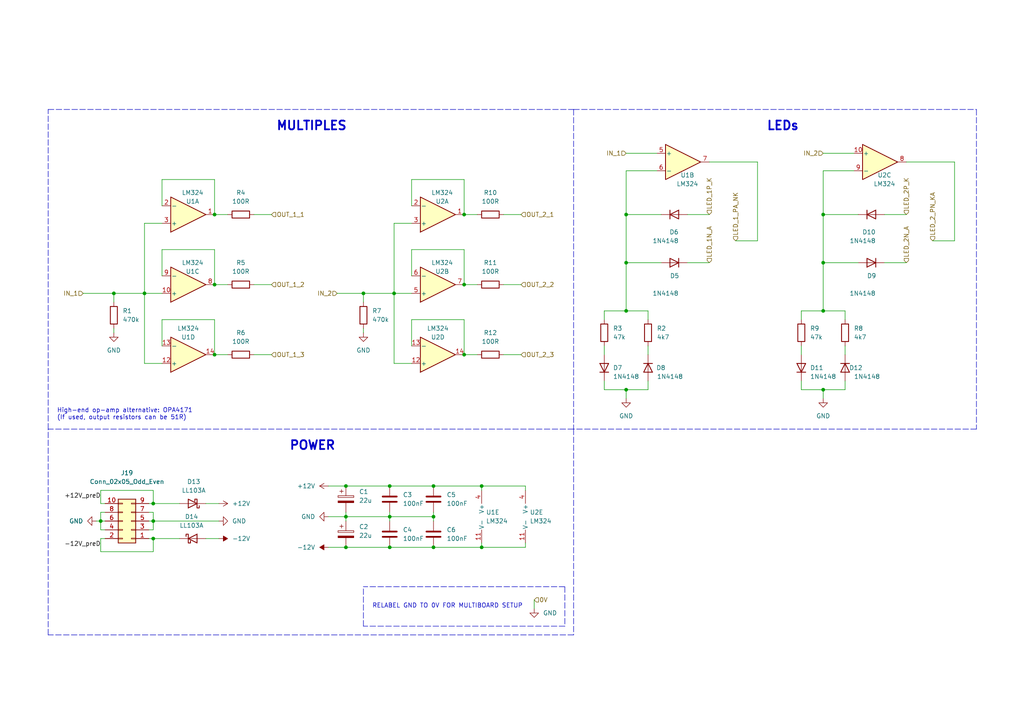
<source format=kicad_sch>
(kicad_sch (version 20211123) (generator eeschema)
  (paper "A4")
  (lib_symbols
    (symbol "1N4007_1" (pin_numbers hide) (pin_names hide)
      (property "Reference" "D" (at 0 2.54 0))
      (property "Value" "1N4007_1" (at 0 -2.54 0))
      (symbol "1N4007_1_0_1"
        (polyline (pts (xy -1.27 1.27) (xy -1.27 -1.27)) (stroke (width 0.254)))
        (polyline (pts (xy 1.27 0) (xy -1.27 0)))
        (polyline (pts (xy 1.27 1.27) (xy 1.27 -1.27) (xy -1.27 0) (xy 1.27 1.27)) (stroke (width 0.254)))
      )
      (symbol "1N4007_1_1_1"
        (pin passive line (at -3.81 0 0) (length 2.54) (name "K") (number "1"))
        (pin passive line (at 3.81 0 180) (length 2.54) (name "A") (number "2"))
      )
    )
    (symbol "1N4007_2" (pin_numbers hide) (pin_names hide)
      (property "Reference" "D" (at 0 2.54 0))
      (property "Value" "1N4007_2" (at 0 -2.54 0))
      (symbol "1N4007_2_0_1"
        (polyline (pts (xy -1.27 1.27) (xy -1.27 -1.27)) (stroke (width 0.254)))
        (polyline (pts (xy 1.27 0) (xy -1.27 0)))
        (polyline (pts (xy 1.27 1.27) (xy 1.27 -1.27) (xy -1.27 0) (xy 1.27 1.27)) (stroke (width 0.254)))
      )
      (symbol "1N4007_2_1_1"
        (pin passive line (at -3.81 0 0) (length 2.54) (name "K") (number "1"))
        (pin passive line (at 3.81 0 180) (length 2.54) (name "A") (number "2"))
      )
    )
    (symbol "1N4007_3" (pin_numbers hide) (pin_names hide)
      (property "Reference" "D" (at 0 2.54 0))
      (property "Value" "1N4007_3" (at 0 -2.54 0))
      (symbol "1N4007_3_0_1"
        (polyline (pts (xy -1.27 1.27) (xy -1.27 -1.27)) (stroke (width 0.254)))
        (polyline (pts (xy 1.27 0) (xy -1.27 0)))
        (polyline (pts (xy 1.27 1.27) (xy 1.27 -1.27) (xy -1.27 0) (xy 1.27 1.27)) (stroke (width 0.254)))
      )
      (symbol "1N4007_3_1_1"
        (pin passive line (at -3.81 0 0) (length 2.54) (name "K") (number "1"))
        (pin passive line (at 3.81 0 180) (length 2.54) (name "A") (number "2"))
      )
    )
    (symbol "1N4007_4" (pin_numbers hide) (pin_names hide)
      (property "Reference" "D" (at 0 2.54 0))
      (property "Value" "1N4007_4" (at 0 -2.54 0))
      (symbol "1N4007_4_0_1"
        (polyline (pts (xy -1.27 1.27) (xy -1.27 -1.27)) (stroke (width 0.254)))
        (polyline (pts (xy 1.27 0) (xy -1.27 0)))
        (polyline (pts (xy 1.27 1.27) (xy 1.27 -1.27) (xy -1.27 0) (xy 1.27 1.27)) (stroke (width 0.254)))
      )
      (symbol "1N4007_4_1_1"
        (pin passive line (at -3.81 0 0) (length 2.54) (name "K") (number "1"))
        (pin passive line (at 3.81 0 180) (length 2.54) (name "A") (number "2"))
      )
    )
    (symbol "1N4007_5" (pin_numbers hide) (pin_names hide)
      (property "Reference" "D" (at 0 2.54 0))
      (property "Value" "1N4007_5" (at 0 -2.54 0))
      (symbol "1N4007_5_0_1"
        (polyline (pts (xy -1.27 1.27) (xy -1.27 -1.27)) (stroke (width 0.254)))
        (polyline (pts (xy 1.27 0) (xy -1.27 0)))
        (polyline (pts (xy 1.27 1.27) (xy 1.27 -1.27) (xy -1.27 0) (xy 1.27 1.27)) (stroke (width 0.254)))
      )
      (symbol "1N4007_5_1_1"
        (pin passive line (at -3.81 0 0) (length 2.54) (name "K") (number "1"))
        (pin passive line (at 3.81 0 180) (length 2.54) (name "A") (number "2"))
      )
    )
    (symbol "1N4007_6" (pin_numbers hide) (pin_names hide)
      (property "Reference" "D" (at 0 2.54 0))
      (property "Value" "1N4007_6" (at 0 -2.54 0))
      (symbol "1N4007_6_0_1"
        (polyline (pts (xy -1.27 1.27) (xy -1.27 -1.27)) (stroke (width 0.254)))
        (polyline (pts (xy 1.27 0) (xy -1.27 0)))
        (polyline (pts (xy 1.27 1.27) (xy 1.27 -1.27) (xy -1.27 0) (xy 1.27 1.27)) (stroke (width 0.254)))
      )
      (symbol "1N4007_6_1_1"
        (pin passive line (at -3.81 0 0) (length 2.54) (name "K") (number "1"))
        (pin passive line (at 3.81 0 180) (length 2.54) (name "A") (number "2"))
      )
    )
    (symbol "1N4007_7" (pin_numbers hide) (pin_names hide)
      (property "Reference" "D" (at 0 2.54 0))
      (property "Value" "1N4007_7" (at 0 -2.54 0))
      (symbol "1N4007_7_0_1"
        (polyline (pts (xy -1.27 1.27) (xy -1.27 -1.27)) (stroke (width 0.254)))
        (polyline (pts (xy 1.27 0) (xy -1.27 0)))
        (polyline (pts (xy 1.27 1.27) (xy 1.27 -1.27) (xy -1.27 0) (xy 1.27 1.27)) (stroke (width 0.254)))
      )
      (symbol "1N4007_7_1_1"
        (pin passive line (at -3.81 0 0) (length 2.54) (name "K") (number "1"))
        (pin passive line (at 3.81 0 180) (length 2.54) (name "A") (number "2"))
      )
    )
    (symbol "Amplifier_Operational:TL074" (pin_names (offset 0.127))
      (property "Reference" "U" (at 0 5.08 0))
      (property "Value" "TL074" (at 0 -5.08 0))
      (symbol "TL074_1_1"
        (polyline (pts (xy -5.08 5.08) (xy 5.08 0) (xy -5.08 -5.08) (xy -5.08 5.08)) (stroke (width 0.254)) (fill (type background)))
        (pin output line (at 7.62 0 180) (length 2.54) (name "~") (number "1"))
        (pin input line (at -7.62 -2.54 0) (length 2.54) (name "-") (number "2"))
        (pin input line (at -7.62 2.54 0) (length 2.54) (name "+") (number "3"))
      )
      (symbol "TL074_2_1"
        (polyline (pts (xy -5.08 5.08) (xy 5.08 0) (xy -5.08 -5.08) (xy -5.08 5.08)) (stroke (width 0.254)) (fill (type background)))
        (pin input line (at -7.62 2.54 0) (length 2.54) (name "+") (number "5"))
        (pin input line (at -7.62 -2.54 0) (length 2.54) (name "-") (number "6"))
        (pin output line (at 7.62 0 180) (length 2.54) (name "~") (number "7"))
      )
      (symbol "TL074_3_1"
        (polyline (pts (xy -5.08 5.08) (xy 5.08 0) (xy -5.08 -5.08) (xy -5.08 5.08)) (stroke (width 0.254)) (fill (type background)))
        (pin input line (at -7.62 2.54 0) (length 2.54) (name "+") (number "10"))
        (pin output line (at 7.62 0 180) (length 2.54) (name "~") (number "8"))
        (pin input line (at -7.62 -2.54 0) (length 2.54) (name "-") (number "9"))
      )
      (symbol "TL074_4_1"
        (polyline (pts (xy -5.08 5.08) (xy 5.08 0) (xy -5.08 -5.08) (xy -5.08 5.08)) (stroke (width 0.254)) (fill (type background)))
        (pin input line (at -7.62 2.54 0) (length 2.54) (name "+") (number "12"))
        (pin input line (at -7.62 -2.54 0) (length 2.54) (name "-") (number "13"))
        (pin output line (at 7.62 0 180) (length 2.54) (name "~") (number "14"))
      )
      (symbol "TL074_5_1"
        (pin power_in line (at -2.54 -7.62 90) (length 3.81) (name "V-") (number "11"))
        (pin power_in line (at -2.54 7.62 270) (length 3.81) (name "V+") (number "4"))
      )
    )
    (symbol "Connector_Generic:Conn_02x05_Odd_Even" (pin_names (offset 1.016) hide)
      (property "Reference" "J" (at 1.27 7.62 0))
      (property "Value" "Conn_02x05_Odd_Even" (at 1.27 -7.62 0))
      (symbol "Conn_02x05_Odd_Even_1_1"
        (rectangle (start -1.27 -4.953) (end 0 -5.207) (stroke (width 0.1524)))
        (rectangle (start -1.27 -2.413) (end 0 -2.667) (stroke (width 0.1524)))
        (rectangle (start -1.27 0.127) (end 0 -0.127) (stroke (width 0.1524)))
        (rectangle (start -1.27 2.667) (end 0 2.413) (stroke (width 0.1524)))
        (rectangle (start -1.27 5.207) (end 0 4.953) (stroke (width 0.1524)))
        (rectangle (start -1.27 6.35) (end 3.81 -6.35) (stroke (width 0.254)) (fill (type background)))
        (rectangle (start 3.81 -4.953) (end 2.54 -5.207) (stroke (width 0.1524)))
        (rectangle (start 3.81 -2.413) (end 2.54 -2.667) (stroke (width 0.1524)))
        (rectangle (start 3.81 0.127) (end 2.54 -0.127) (stroke (width 0.1524)))
        (rectangle (start 3.81 2.667) (end 2.54 2.413) (stroke (width 0.1524)))
        (rectangle (start 3.81 5.207) (end 2.54 4.953) (stroke (width 0.1524)))
        (pin passive line (at -5.08 5.08 0) (length 3.81) (name "Pin_1") (number "1"))
        (pin passive line (at 7.62 -5.08 180) (length 3.81) (name "Pin_10") (number "10"))
        (pin passive line (at 7.62 5.08 180) (length 3.81) (name "Pin_2") (number "2"))
        (pin passive line (at -5.08 2.54 0) (length 3.81) (name "Pin_3") (number "3"))
        (pin passive line (at 7.62 2.54 180) (length 3.81) (name "Pin_4") (number "4"))
        (pin passive line (at -5.08 0 0) (length 3.81) (name "Pin_5") (number "5"))
        (pin passive line (at 7.62 0 180) (length 3.81) (name "Pin_6") (number "6"))
        (pin passive line (at -5.08 -2.54 0) (length 3.81) (name "Pin_7") (number "7"))
        (pin passive line (at 7.62 -2.54 180) (length 3.81) (name "Pin_8") (number "8"))
        (pin passive line (at -5.08 -5.08 0) (length 3.81) (name "Pin_9") (number "9"))
      )
    )
    (symbol "Device:C" (pin_numbers hide) (pin_names (offset 0.254))
      (property "Reference" "C" (at 0.635 2.54 0))
      (property "Value" "C" (at 0.635 -2.54 0))
      (symbol "C_0_1"
        (polyline (pts (xy -2.032 -0.762) (xy 2.032 -0.762)) (stroke (width 0.508)))
        (polyline (pts (xy -2.032 0.762) (xy 2.032 0.762)) (stroke (width 0.508)))
      )
      (symbol "C_1_1"
        (pin passive line (at 0 3.81 270) (length 2.794) (name "~") (number "1"))
        (pin passive line (at 0 -3.81 90) (length 2.794) (name "~") (number "2"))
      )
    )
    (symbol "Device:C_Polarized" (pin_numbers hide) (pin_names (offset 0.254))
      (property "Reference" "C" (at 0.635 2.54 0))
      (property "Value" "C_Polarized" (at 0.635 -2.54 0))
      (symbol "C_Polarized_0_1"
        (rectangle (start -2.286 0.508) (end 2.286 1.016))
        (polyline (pts (xy -1.778 2.286) (xy -0.762 2.286)))
        (polyline (pts (xy -1.27 2.794) (xy -1.27 1.778)))
        (rectangle (start 2.286 -0.508) (end -2.286 -1.016) (fill (type outline)))
      )
      (symbol "C_Polarized_1_1"
        (pin passive line (at 0 3.81 270) (length 2.794) (name "~") (number "1"))
        (pin passive line (at 0 -3.81 90) (length 2.794) (name "~") (number "2"))
      )
    )
    (symbol "Device:R" (pin_numbers hide) (pin_names (offset 0))
      (property "Reference" "R" (at 2.032 0 90))
      (property "Value" "R" (at 0 0 90))
      (symbol "R_0_1"
        (rectangle (start -1.016 -2.54) (end 1.016 2.54) (stroke (width 0.254)))
      )
      (symbol "R_1_1"
        (pin passive line (at 0 3.81 270) (length 1.27) (name "~") (number "1"))
        (pin passive line (at 0 -3.81 90) (length 1.27) (name "~") (number "2"))
      )
    )
    (symbol "Diode:1N4007" (pin_numbers hide) (pin_names hide)
      (property "Reference" "D" (at 0 2.54 0))
      (property "Value" "1N4007" (at 0 -2.54 0))
      (symbol "1N4007_0_1"
        (polyline (pts (xy -1.27 1.27) (xy -1.27 -1.27)) (stroke (width 0.254)))
        (polyline (pts (xy 1.27 0) (xy -1.27 0)))
        (polyline (pts (xy 1.27 1.27) (xy 1.27 -1.27) (xy -1.27 0) (xy 1.27 1.27)) (stroke (width 0.254)))
      )
      (symbol "1N4007_1_1"
        (pin passive line (at -3.81 0 0) (length 2.54) (name "K") (number "1"))
        (pin passive line (at 3.81 0 180) (length 2.54) (name "A") (number "2"))
      )
    )
    (symbol "Diode:1N5817" (pin_numbers hide) (pin_names (offset 1.016) hide)
      (property "Reference" "D" (at 0 2.54 0))
      (property "Value" "1N5817" (at 0 -2.54 0))
      (symbol "1N5817_0_1"
        (polyline (pts (xy 1.27 0) (xy -1.27 0)))
        (polyline (pts (xy 1.27 1.27) (xy 1.27 -1.27) (xy -1.27 0) (xy 1.27 1.27)) (stroke (width 0.254)))
        (polyline (pts (xy -1.905 0.635) (xy -1.905 1.27) (xy -1.27 1.27) (xy -1.27 -1.27) (xy -0.635 -1.27) (xy -0.635 -0.635)) (stroke (width 0.254)))
      )
      (symbol "1N5817_1_1"
        (pin passive line (at -3.81 0 0) (length 2.54) (name "K") (number "1"))
        (pin passive line (at 3.81 0 180) (length 2.54) (name "A") (number "2"))
      )
    )
    (symbol "power:+12V" (power) (pin_names (offset 0))
      (property "Value" "+12V" (at 0 3.556 0))
      (symbol "+12V_0_1"
        (polyline (pts (xy -0.762 1.27) (xy 0 2.54)))
        (polyline (pts (xy 0 0) (xy 0 2.54)))
        (polyline (pts (xy 0 2.54) (xy 0.762 1.27)))
      )
      (symbol "+12V_1_1"
        (pin power_in line (at 0 0 90) (length 0) hide (name "+12V") (number "1"))
      )
    )
    (symbol "power:-12V" (power) (pin_names (offset 0))
      (property "Value" "-12V" (at 0 3.81 0))
      (symbol "-12V_0_0"
        (pin power_in line (at 0 0 90) (length 0) hide (name "-12V") (number "1"))
      )
      (symbol "-12V_0_1"
        (polyline (pts (xy 0 0) (xy 0 1.27) (xy 0.762 1.27) (xy 0 2.54) (xy -0.762 1.27) (xy 0 1.27)) (fill (type outline)))
      )
    )
    (symbol "power:GND" (power) (pin_names (offset 0))
      (property "Value" "GND" (at 0 -3.81 0))
      (symbol "GND_0_1"
        (polyline (pts (xy 0 0) (xy 0 -1.27) (xy 1.27 -1.27) (xy 0 -2.54) (xy -1.27 -1.27) (xy 0 -1.27)))
      )
      (symbol "GND_1_1"
        (pin power_in line (at 0 0 270) (length 0) hide (name "GND") (number "1"))
      )
    )
  )
  (junction (at 113.03 140.97))
  (junction (at 41.91 85.09))
  (junction (at 100.33 149.86))
  (junction (at 181.61 62.23))
  (junction (at 134.62 62.23))
  (junction (at 29.21 151.13))
  (junction (at 62.23 62.23))
  (junction (at 44.45 146.05))
  (junction (at 181.61 113.03))
  (junction (at 62.23 82.55))
  (junction (at 62.23 102.87))
  (junction (at 125.73 149.86))
  (junction (at 181.61 90.17))
  (junction (at 181.61 76.2))
  (junction (at 44.45 151.13))
  (junction (at 113.03 149.86))
  (junction (at 139.7 140.97))
  (junction (at 238.76 76.2))
  (junction (at 238.76 90.17))
  (junction (at 238.76 113.03))
  (junction (at 100.33 140.97))
  (junction (at 114.3 85.09))
  (junction (at 113.03 158.75))
  (junction (at 134.62 102.87))
  (junction (at 125.73 158.75))
  (junction (at 238.76 62.23))
  (junction (at 139.7 158.75))
  (junction (at 134.62 82.55))
  (junction (at 100.33 158.75))
  (junction (at 105.41 85.09))
  (junction (at 44.45 156.21))
  (junction (at 33.02 85.09))
  (junction (at 125.73 140.97))
  (wire (pts (xy 62.23 52.07) (xy 62.23 62.23)))
  (wire (pts (xy 175.26 90.17) (xy 175.26 92.71)))
  (wire (pts (xy 190.5 49.53) (xy 181.61 49.53)))
  (wire (pts (xy 205.74 62.23) (xy 199.39 62.23)))
  (wire (pts (xy 219.71 46.99) (xy 219.71 69.85)))
  (wire (pts (xy 238.76 62.23) (xy 238.76 76.2)))
  (wire (pts (xy 105.41 85.09) (xy 114.3 85.09)))
  (polyline (pts (xy 163.83 170.18) (xy 105.41 170.18)))
  (polyline (pts (xy 163.83 181.61) (xy 105.41 181.61)))
  (wire (pts (xy 205.74 46.99) (xy 219.71 46.99)))
  (wire (pts (xy 44.45 160.02) (xy 44.45 156.21)))
  (wire (pts (xy 29.21 160.02) (xy 44.45 160.02)))
  (wire (pts (xy 232.41 102.87) (xy 232.41 100.33)))
  (wire (pts (xy 43.18 148.59) (xy 44.45 148.59)))
  (wire (pts (xy 100.33 148.59) (xy 100.33 149.86)))
  (wire (pts (xy 44.45 146.05) (xy 52.07 146.05)))
  (wire (pts (xy 46.99 64.77) (xy 41.91 64.77)))
  (wire (pts (xy 125.73 148.59) (xy 125.73 149.86)))
  (wire (pts (xy 29.21 151.13) (xy 30.48 151.13)))
  (wire (pts (xy 95.25 149.86) (xy 100.33 149.86)))
  (wire (pts (xy 238.76 76.2) (xy 238.76 90.17)))
  (wire (pts (xy 134.62 52.07) (xy 134.62 62.23)))
  (wire (pts (xy 43.18 156.21) (xy 44.45 156.21)))
  (wire (pts (xy 119.38 100.33) (xy 119.38 92.71)))
  (wire (pts (xy 46.99 72.39) (xy 62.23 72.39)))
  (polyline (pts (xy 163.83 170.18) (xy 163.83 181.61)))
  (wire (pts (xy 125.73 158.75) (xy 139.7 158.75)))
  (wire (pts (xy 238.76 49.53) (xy 238.76 62.23)))
  (wire (pts (xy 114.3 85.09) (xy 114.3 105.41)))
  (wire (pts (xy 232.41 113.03) (xy 238.76 113.03)))
  (wire (pts (xy 46.99 59.69) (xy 46.99 52.07)))
  (wire (pts (xy 139.7 158.75) (xy 152.4 158.75)))
  (wire (pts (xy 30.48 153.67) (xy 29.21 153.67)))
  (wire (pts (xy 262.89 46.99) (xy 276.86 46.99)))
  (wire (pts (xy 29.21 151.13) (xy 29.21 153.67)))
  (wire (pts (xy 134.62 62.23) (xy 138.43 62.23)))
  (wire (pts (xy 238.76 113.03) (xy 238.76 115.57)))
  (wire (pts (xy 154.94 173.99) (xy 154.94 176.53)))
  (wire (pts (xy 205.74 76.2) (xy 199.39 76.2)))
  (polyline (pts (xy 13.97 184.15) (xy 13.97 124.46)))
  (wire (pts (xy 146.05 82.55) (xy 151.13 82.55)))
  (wire (pts (xy 119.38 72.39) (xy 134.62 72.39)))
  (wire (pts (xy 95.25 158.75) (xy 100.33 158.75)))
  (wire (pts (xy 119.38 92.71) (xy 134.62 92.71)))
  (wire (pts (xy 248.92 76.2) (xy 238.76 76.2)))
  (wire (pts (xy 24.13 85.09) (xy 33.02 85.09)))
  (wire (pts (xy 113.03 149.86) (xy 125.73 149.86)))
  (wire (pts (xy 276.86 46.99) (xy 276.86 69.85)))
  (wire (pts (xy 181.61 44.45) (xy 190.5 44.45)))
  (wire (pts (xy 114.3 85.09) (xy 119.38 85.09)))
  (wire (pts (xy 191.77 76.2) (xy 181.61 76.2)))
  (polyline (pts (xy 283.21 31.75) (xy 283.21 124.46)))
  (wire (pts (xy 44.45 151.13) (xy 63.5 151.13)))
  (wire (pts (xy 29.21 156.21) (xy 29.21 160.02)))
  (wire (pts (xy 175.26 102.87) (xy 175.26 100.33)))
  (polyline (pts (xy 13.97 124.46) (xy 13.97 31.75)))
  (wire (pts (xy 43.18 151.13) (xy 44.45 151.13)))
  (wire (pts (xy 43.18 153.67) (xy 44.45 153.67)))
  (wire (pts (xy 44.45 146.05) (xy 43.18 146.05)))
  (wire (pts (xy 187.96 110.49) (xy 187.96 113.03)))
  (wire (pts (xy 41.91 85.09) (xy 46.99 85.09)))
  (wire (pts (xy 262.89 62.23) (xy 256.54 62.23)))
  (wire (pts (xy 27.94 151.13) (xy 29.21 151.13)))
  (wire (pts (xy 152.4 158.75) (xy 152.4 157.48)))
  (wire (pts (xy 41.91 64.77) (xy 41.91 85.09)))
  (wire (pts (xy 62.23 62.23) (xy 66.04 62.23)))
  (wire (pts (xy 33.02 85.09) (xy 41.91 85.09)))
  (wire (pts (xy 238.76 113.03) (xy 245.11 113.03)))
  (wire (pts (xy 238.76 90.17) (xy 245.11 90.17)))
  (wire (pts (xy 146.05 62.23) (xy 151.13 62.23)))
  (wire (pts (xy 29.21 146.05) (xy 29.21 142.24)))
  (wire (pts (xy 270.51 69.85) (xy 276.86 69.85)))
  (wire (pts (xy 73.66 62.23) (xy 78.74 62.23)))
  (wire (pts (xy 113.03 149.86) (xy 113.03 151.13)))
  (wire (pts (xy 247.65 49.53) (xy 238.76 49.53)))
  (wire (pts (xy 232.41 90.17) (xy 238.76 90.17)))
  (wire (pts (xy 245.11 92.71) (xy 245.11 90.17)))
  (wire (pts (xy 134.62 72.39) (xy 134.62 82.55)))
  (polyline (pts (xy 105.41 181.61) (xy 105.41 170.18)))
  (wire (pts (xy 139.7 140.97) (xy 139.7 142.24)))
  (wire (pts (xy 119.38 52.07) (xy 134.62 52.07)))
  (wire (pts (xy 105.41 95.25) (xy 105.41 96.52)))
  (wire (pts (xy 181.61 62.23) (xy 181.61 76.2)))
  (wire (pts (xy 59.69 156.21) (xy 63.5 156.21)))
  (wire (pts (xy 62.23 102.87) (xy 66.04 102.87)))
  (polyline (pts (xy 283.21 124.46) (xy 166.37 124.46)))
  (wire (pts (xy 119.38 59.69) (xy 119.38 52.07)))
  (polyline (pts (xy 166.37 184.15) (xy 13.97 184.15)))
  (wire (pts (xy 95.25 140.97) (xy 100.33 140.97)))
  (wire (pts (xy 245.11 100.33) (xy 245.11 102.87)))
  (polyline (pts (xy 166.37 124.46) (xy 166.37 184.15)))
  (wire (pts (xy 152.4 140.97) (xy 152.4 142.24)))
  (polyline (pts (xy 166.37 31.75) (xy 166.37 124.46)))
  (wire (pts (xy 175.26 113.03) (xy 175.26 110.49)))
  (wire (pts (xy 44.45 142.24) (xy 44.45 146.05)))
  (wire (pts (xy 119.38 80.01) (xy 119.38 72.39)))
  (polyline (pts (xy 166.37 31.75) (xy 283.21 31.75)))
  (wire (pts (xy 29.21 146.05) (xy 30.48 146.05)))
  (wire (pts (xy 44.45 148.59) (xy 44.45 151.13)))
  (wire (pts (xy 59.69 146.05) (xy 63.5 146.05)))
  (wire (pts (xy 134.62 92.71) (xy 134.62 102.87)))
  (wire (pts (xy 187.96 92.71) (xy 187.96 90.17)))
  (wire (pts (xy 119.38 64.77) (xy 114.3 64.77)))
  (wire (pts (xy 62.23 72.39) (xy 62.23 82.55)))
  (wire (pts (xy 113.03 148.59) (xy 113.03 149.86)))
  (wire (pts (xy 46.99 100.33) (xy 46.99 92.71)))
  (wire (pts (xy 245.11 110.49) (xy 245.11 113.03)))
  (wire (pts (xy 29.21 156.21) (xy 30.48 156.21)))
  (polyline (pts (xy 166.37 124.46) (xy 13.97 124.46)))
  (wire (pts (xy 41.91 105.41) (xy 46.99 105.41)))
  (wire (pts (xy 113.03 140.97) (xy 125.73 140.97)))
  (wire (pts (xy 181.61 49.53) (xy 181.61 62.23)))
  (wire (pts (xy 262.89 76.2) (xy 256.54 76.2)))
  (wire (pts (xy 134.62 102.87) (xy 138.43 102.87)))
  (wire (pts (xy 232.41 90.17) (xy 232.41 92.71)))
  (wire (pts (xy 62.23 82.55) (xy 66.04 82.55)))
  (wire (pts (xy 97.79 85.09) (xy 105.41 85.09)))
  (wire (pts (xy 238.76 44.45) (xy 247.65 44.45)))
  (wire (pts (xy 139.7 158.75) (xy 139.7 157.48)))
  (wire (pts (xy 114.3 64.77) (xy 114.3 85.09)))
  (wire (pts (xy 73.66 102.87) (xy 78.74 102.87)))
  (wire (pts (xy 175.26 113.03) (xy 181.61 113.03)))
  (wire (pts (xy 46.99 52.07) (xy 62.23 52.07)))
  (wire (pts (xy 100.33 149.86) (xy 113.03 149.86)))
  (wire (pts (xy 213.36 69.85) (xy 219.71 69.85)))
  (wire (pts (xy 191.77 62.23) (xy 181.61 62.23)))
  (polyline (pts (xy 13.97 31.75) (xy 166.37 31.75)))
  (wire (pts (xy 46.99 80.01) (xy 46.99 72.39)))
  (wire (pts (xy 113.03 158.75) (xy 125.73 158.75)))
  (wire (pts (xy 181.61 76.2) (xy 181.61 90.17)))
  (wire (pts (xy 181.61 113.03) (xy 187.96 113.03)))
  (wire (pts (xy 134.62 82.55) (xy 138.43 82.55)))
  (wire (pts (xy 187.96 100.33) (xy 187.96 102.87)))
  (wire (pts (xy 100.33 140.97) (xy 113.03 140.97)))
  (wire (pts (xy 44.45 156.21) (xy 52.07 156.21)))
  (wire (pts (xy 100.33 149.86) (xy 100.33 151.13)))
  (wire (pts (xy 105.41 85.09) (xy 105.41 87.63)))
  (wire (pts (xy 139.7 140.97) (xy 152.4 140.97)))
  (wire (pts (xy 33.02 95.25) (xy 33.02 96.52)))
  (wire (pts (xy 100.33 158.75) (xy 113.03 158.75)))
  (wire (pts (xy 125.73 140.97) (xy 139.7 140.97)))
  (wire (pts (xy 114.3 105.41) (xy 119.38 105.41)))
  (wire (pts (xy 41.91 85.09) (xy 41.91 105.41)))
  (wire (pts (xy 62.23 92.71) (xy 62.23 102.87)))
  (wire (pts (xy 29.21 142.24) (xy 44.45 142.24)))
  (wire (pts (xy 175.26 90.17) (xy 181.61 90.17)))
  (wire (pts (xy 46.99 92.71) (xy 62.23 92.71)))
  (wire (pts (xy 232.41 113.03) (xy 232.41 110.49)))
  (wire (pts (xy 125.73 149.86) (xy 125.73 151.13)))
  (wire (pts (xy 248.92 62.23) (xy 238.76 62.23)))
  (wire (pts (xy 73.66 82.55) (xy 78.74 82.55)))
  (wire (pts (xy 181.61 90.17) (xy 187.96 90.17)))
  (wire (pts (xy 44.45 151.13) (xy 44.45 153.67)))
  (wire (pts (xy 181.61 113.03) (xy 181.61 115.57)))
  (wire (pts (xy 33.02 85.09) (xy 33.02 87.63)))
  (wire (pts (xy 29.21 148.59) (xy 29.21 151.13)))
  (wire (pts (xy 146.05 102.87) (xy 151.13 102.87)))
  (wire (pts (xy 30.48 148.59) (xy 29.21 148.59)))
  (text "POWER" (at 83.82 130.81 0) (effects (font (size 2.54 2.54) bold) (justify left bottom)))
  (text "MULTIPLES" (at 80.01 38.1 0) (effects (font (size 2.54 2.54) bold) (justify left bottom)))
  (text "High-end op-amp alternative: OPA4171\n(If used, output resistors can be 51R)" (at 16.51 121.92 0) (effects (font (size 1.27 1.27)) (justify left bottom)))
  (text "LEDs" (at 222.25 38.1 0) (effects (font (size 2.54 2.54) bold) (justify left bottom)))
  (text "RELABEL GND TO 0V FOR MULTIBOARD SETUP" (at 107.95 176.53 0) (effects (font (size 1.27 1.27)) (justify left bottom)))
  (label "-12V_preD" (at 29.21 158.75 180))
  (label "+12V_preD" (at 29.21 144.78 180))
  (hierarchical_label "OUT_2_2" (shape input) (at 151.13 82.55 0))
  (hierarchical_label "LED_2_PN_KA" (shape input) (at 270.51 69.85 90))
  (hierarchical_label "IN_2" (shape input) (at 238.76 44.45 180))
  (hierarchical_label "OUT_2_1" (shape input) (at 151.13 62.23 0))
  (hierarchical_label "LED_2N_A" (shape input) (at 262.89 76.2 90))
  (hierarchical_label "LED_1_PA_NK" (shape input) (at 213.36 69.85 90))
  (hierarchical_label "LED_1N_A" (shape input) (at 205.74 76.2 90))
  (hierarchical_label "OUT_1_1" (shape input) (at 78.74 62.23 0))
  (hierarchical_label "LED_2P_K" (shape input) (at 262.89 62.23 90))
  (hierarchical_label "OUT_1_3" (shape input) (at 78.74 102.87 0))
  (hierarchical_label "OUT_2_3" (shape input) (at 151.13 102.87 0))
  (hierarchical_label "IN_1" (shape input) (at 24.13 85.09 180))
  (hierarchical_label "0V" (shape input) (at 154.94 173.99 0))
  (hierarchical_label "LED_1P_K" (shape input) (at 205.74 62.23 90))
  (hierarchical_label "IN_2" (shape input) (at 97.79 85.09 180))
  (hierarchical_label "OUT_1_2" (shape input) (at 78.74 82.55 0))
  (hierarchical_label "IN_1" (shape input) (at 181.61 44.45 180))
  (symbol (lib_id "Device:R") (at 69.85 82.55 90) (unit 1)
    (property "Reference" "R5" (at 69.85 76.2 90))
    (property "Value" "100R" (at 69.85 78.74 90))
    (property "Footprint" "Resistor_SMD:R_1206_3216Metric_Pad1.30x1.75mm_HandSolder" (effects hide))
  )
  (symbol (lib_id "Device:R") (at 69.85 62.23 90) (unit 1)
    (property "Reference" "R4" (at 69.85 55.88 90))
    (property "Value" "100R" (at 69.85 58.42 90))
    (property "Footprint" "Resistor_SMD:R_1206_3216Metric_Pad1.30x1.75mm_HandSolder" (effects hide))
  )
  (symbol (lib_id "Device:R") (at 33.02 91.44 180) (unit 1)
    (property "Reference" "R1" (at 35.56 90.1699 0) (effects (justify right)))
    (property "Value" "470k" (at 35.56 92.7099 0) (effects (justify right)))
    (property "Footprint" "Resistor_SMD:R_1206_3216Metric_Pad1.30x1.75mm_HandSolder" (effects hide))
  )
  (symbol (lib_id "Amplifier_Operational:TL074") (at 154.94 149.86 0) (unit 5)
    (property "Reference" "U2" (at 153.67 148.5899 0) (effects (justify left)))
    (property "Value" "LM324" (at 153.67 151.1299 0) (effects (justify left)))
    (property "Footprint" "Package_SO:SOIC-14_3.9x8.7mm_P1.27mm" (effects hide))
    (property "Datasheet" "http://www.ti.com/lit/ds/symlink/tl071.pdf" (effects hide))
  )
  (symbol (lib_id "Device:R") (at 175.26 96.52 0) (unit 1)
    (property "Reference" "R3" (at 177.8 95.2499 0) (effects (justify left)))
    (property "Value" "47k" (at 177.8 97.7899 0) (effects (justify left)))
    (property "Footprint" "Resistor_SMD:R_1206_3216Metric_Pad1.30x1.75mm_HandSolder" (effects hide))
  )
  (symbol (lib_id "power:-12V") (at 95.25 158.75 90) (unit 1)
    (property "Reference" "#PWR0113" (effects hide))
    (property "Value" "-12V" (at 91.44 158.7499 90) (effects (justify left)))
  )
  (symbol (lib_name "1N4007_2") (lib_id "Diode:1N4007") (at 195.58 76.2 180) (unit 1)
    (property "Reference" "D5" (at 194.31 80.01 0) (effects (justify right)))
    (property "Value" "1N4148" (at 189.23 85.09 0) (effects (justify right)))
    (property "Footprint" "Diode_THT:D_DO-41_SOD81_P10.16mm_Horizontal" (effects hide))
    (property "Datasheet" "http://www.vishay.com/docs/88503/1n4001.pdf" (effects hide))
  )
  (symbol (lib_id "Amplifier_Operational:TL074") (at 127 82.55 0) (mirror x) (unit 2)
    (property "Reference" "U2" (at 128.27 78.74 0))
    (property "Value" "LM324" (at 128.27 76.2 0))
    (property "Footprint" "Package_SO:SOIC-14_3.9x8.7mm_P1.27mm" (effects hide))
    (property "Datasheet" "http://www.ti.com/lit/ds/symlink/tl071.pdf" (effects hide))
  )
  (symbol (lib_id "Amplifier_Operational:TL074") (at 54.61 82.55 0) (mirror x) (unit 3)
    (property "Reference" "U1" (at 55.88 78.74 0))
    (property "Value" "LM324" (at 55.88 76.2 0))
    (property "Footprint" "Package_SO:SOIC-14_3.9x8.7mm_P1.27mm" (effects hide))
    (property "Datasheet" "http://www.ti.com/lit/ds/symlink/tl071.pdf" (effects hide))
  )
  (symbol (lib_id "power:GND") (at 181.61 115.57 0) (mirror y) (unit 1)
    (property "Reference" "#PWR0121" (effects hide))
    (property "Value" "GND" (at 181.61 120.65 0))
  )
  (symbol (lib_id "Amplifier_Operational:TL074") (at 54.61 62.23 0) (mirror x) (unit 1)
    (property "Reference" "U1" (at 55.88 58.42 0))
    (property "Value" "LM324" (at 55.88 55.88 0))
    (property "Footprint" "Package_SO:SOIC-14_3.9x8.7mm_P1.27mm" (effects hide))
    (property "Datasheet" "http://www.ti.com/lit/ds/symlink/tl071.pdf" (effects hide))
  )
  (symbol (lib_id "Device:R") (at 105.41 91.44 180) (unit 1)
    (property "Reference" "R7" (at 107.95 90.1699 0) (effects (justify right)))
    (property "Value" "470k" (at 107.95 92.7099 0) (effects (justify right)))
    (property "Footprint" "Resistor_SMD:R_1206_3216Metric_Pad1.30x1.75mm_HandSolder" (effects hide))
  )
  (symbol (lib_id "Diode:1N5817") (at 55.88 146.05 180) (unit 1)
    (property "Reference" "D13" (at 56.1975 139.7 0))
    (property "Value" "LL103A" (at 56.1975 142.24 0))
    (property "Footprint" "Diode_THT:D_DO-41_SOD81_P10.16mm_Horizontal" (effects hide))
    (property "Datasheet" "http://www.vishay.com/docs/88525/1n5817.pdf" (effects hide))
  )
  (symbol (lib_id "Amplifier_Operational:TL074") (at 198.12 46.99 0) (unit 2)
    (property "Reference" "U1" (at 199.39 50.8 0))
    (property "Value" "LM324" (at 199.39 53.34 0))
    (property "Footprint" "Package_SO:SOIC-14_3.9x8.7mm_P1.27mm" (effects hide))
    (property "Datasheet" "http://www.ti.com/lit/ds/symlink/tl071.pdf" (effects hide))
  )
  (symbol (lib_id "power:GND") (at 154.94 176.53 0) (unit 1)
    (property "Reference" "#PWR0123" (effects hide))
    (property "Value" "GND" (at 157.48 177.7999 0) (effects (justify left)))
  )
  (symbol (lib_name "1N4007_4") (lib_id "Diode:1N4007") (at 187.96 106.68 270) (unit 1)
    (property "Reference" "D8" (at 193.04 106.68 90) (effects (justify right)))
    (property "Value" "1N4148" (at 198.12 109.22 90) (effects (justify right)))
    (property "Footprint" "Diode_THT:D_DO-41_SOD81_P10.16mm_Horizontal" (effects hide))
    (property "Datasheet" "http://www.vishay.com/docs/88503/1n4001.pdf" (effects hide))
  )
  (symbol (lib_name "1N4007_1") (lib_id "Diode:1N4007") (at 232.41 106.68 90) (unit 1)
    (property "Reference" "D11" (at 234.95 106.68 90) (effects (justify right)))
    (property "Value" "1N4148" (at 234.95 109.22 90) (effects (justify right)))
    (property "Footprint" "Diode_THT:D_DO-41_SOD81_P10.16mm_Horizontal" (effects hide))
    (property "Datasheet" "http://www.vishay.com/docs/88503/1n4001.pdf" (effects hide))
  )
  (symbol (lib_id "Amplifier_Operational:TL074") (at 127 102.87 0) (mirror x) (unit 4)
    (property "Reference" "U2" (at 127 97.79 0))
    (property "Value" "LM324" (at 127 95.25 0))
    (property "Footprint" "Package_SO:SOIC-14_3.9x8.7mm_P1.27mm" (effects hide))
    (property "Datasheet" "http://www.ti.com/lit/ds/symlink/tl071.pdf" (effects hide))
  )
  (symbol (lib_id "Device:R") (at 142.24 102.87 90) (unit 1)
    (property "Reference" "R12" (at 142.24 96.52 90))
    (property "Value" "100R" (at 142.24 99.06 90))
    (property "Footprint" "Resistor_SMD:R_1206_3216Metric_Pad1.30x1.75mm_HandSolder" (effects hide))
  )
  (symbol (lib_id "Device:C") (at 125.73 144.78 0) (unit 1)
    (property "Reference" "C5" (at 129.54 143.5099 0) (effects (justify left)))
    (property "Value" "100nF" (at 129.54 146.0499 0) (effects (justify left)))
    (property "Footprint" "Capacitor_SMD:C_1206_3216Metric_Pad1.33x1.80mm_HandSolder" (effects hide))
  )
  (symbol (lib_id "power:GND") (at 238.76 115.57 0) (mirror y) (unit 1)
    (property "Reference" "#PWR0125" (effects hide))
    (property "Value" "GND" (at 238.76 120.65 0))
  )
  (symbol (lib_id "Amplifier_Operational:TL074") (at 127 62.23 0) (mirror x) (unit 1)
    (property "Reference" "U2" (at 128.27 58.42 0))
    (property "Value" "LM324" (at 128.27 55.88 0))
    (property "Footprint" "Package_SO:SOIC-14_3.9x8.7mm_P1.27mm" (effects hide))
    (property "Datasheet" "http://www.ti.com/lit/ds/symlink/tl071.pdf" (effects hide))
  )
  (symbol (lib_id "power:GND") (at 33.02 96.52 0) (unit 1)
    (property "Reference" "#PWR0124" (effects hide))
    (property "Value" "GND" (at 33.02 101.6 0))
  )
  (symbol (lib_id "power:GND") (at 95.25 149.86 270) (unit 1)
    (property "Reference" "#PWR0114" (effects hide))
    (property "Value" "GND" (at 91.44 149.8599 90) (effects (justify right)))
  )
  (symbol (lib_id "Connector_Generic:Conn_02x05_Odd_Even") (at 38.1 151.13 180) (unit 1)
    (property "Reference" "J19" (at 36.83 137.16 0))
    (property "Value" "Conn_02x05_Odd_Even" (at 36.83 139.7 0))
    (property "Footprint" "Connector_IDC:IDC-Header_2x05_P2.54mm_Vertical" (effects hide))
  )
  (symbol (lib_id "power:GND") (at 63.5 151.13 90) (mirror x) (unit 1)
    (property "Reference" "#PWR0122" (effects hide))
    (property "Value" "GND" (at 67.31 151.1299 90) (effects (justify right)))
  )
  (symbol (lib_id "power:+12V") (at 63.5 146.05 270) (mirror x) (unit 1)
    (property "Reference" "#PWR0115" (effects hide))
    (property "Value" "+12V" (at 67.31 146.0499 90) (effects (justify left)))
  )
  (symbol (lib_id "Device:R") (at 245.11 96.52 0) (unit 1)
    (property "Reference" "R8" (at 247.65 95.2499 0) (effects (justify left)))
    (property "Value" "4k7" (at 247.65 97.7899 0) (effects (justify left)))
    (property "Footprint" "Resistor_SMD:R_1206_3216Metric_Pad1.30x1.75mm_HandSolder" (effects hide))
  )
  (symbol (lib_id "power:+12V") (at 95.25 140.97 90) (unit 1)
    (property "Reference" "#PWR0120" (effects hide))
    (property "Value" "+12V" (at 91.44 140.9699 90) (effects (justify left)))
  )
  (symbol (lib_id "Amplifier_Operational:TL074") (at 255.27 46.99 0) (unit 3)
    (property "Reference" "U2" (at 256.54 50.8 0))
    (property "Value" "LM324" (at 256.54 53.34 0))
    (property "Footprint" "Package_SO:SOIC-14_3.9x8.7mm_P1.27mm" (effects hide))
    (property "Datasheet" "http://www.ti.com/lit/ds/symlink/tl071.pdf" (effects hide))
  )
  (symbol (lib_id "Device:R") (at 232.41 96.52 0) (unit 1)
    (property "Reference" "R9" (at 234.95 95.2499 0) (effects (justify left)))
    (property "Value" "47k" (at 234.95 97.7899 0) (effects (justify left)))
    (property "Footprint" "Resistor_SMD:R_1206_3216Metric_Pad1.30x1.75mm_HandSolder" (effects hide))
  )
  (symbol (lib_id "Amplifier_Operational:TL074") (at 54.61 102.87 0) (mirror x) (unit 4)
    (property "Reference" "U1" (at 54.61 97.79 0))
    (property "Value" "LM324" (at 54.61 95.25 0))
    (property "Footprint" "Package_SO:SOIC-14_3.9x8.7mm_P1.27mm" (effects hide))
    (property "Datasheet" "http://www.ti.com/lit/ds/symlink/tl071.pdf" (effects hide))
  )
  (symbol (lib_id "Device:R") (at 187.96 96.52 0) (unit 1)
    (property "Reference" "R2" (at 190.5 95.2499 0) (effects (justify left)))
    (property "Value" "4k7" (at 190.5 97.7899 0) (effects (justify left)))
    (property "Footprint" "Resistor_SMD:R_1206_3216Metric_Pad1.30x1.75mm_HandSolder" (effects hide))
  )
  (symbol (lib_id "power:GND") (at 105.41 96.52 0) (unit 1)
    (property "Reference" "#PWR0126" (effects hide))
    (property "Value" "GND" (at 105.41 101.6 0))
  )
  (symbol (lib_id "Device:R") (at 142.24 82.55 90) (unit 1)
    (property "Reference" "R11" (at 142.24 76.2 90))
    (property "Value" "100R" (at 142.24 78.74 90))
    (property "Footprint" "Resistor_SMD:R_1206_3216Metric_Pad1.30x1.75mm_HandSolder" (effects hide))
  )
  (symbol (lib_id "Device:C_Polarized") (at 100.33 144.78 0) (unit 1)
    (property "Reference" "C1" (at 104.14 142.6209 0) (effects (justify left)))
    (property "Value" "22u" (at 104.14 145.1609 0) (effects (justify left)))
    (property "Footprint" "Capacitor_SMD:CP_Elec_5x5.3" (effects hide))
  )
  (symbol (lib_name "1N4007_3") (lib_id "Diode:1N4007") (at 195.58 62.23 0) (unit 1)
    (property "Reference" "D6" (at 196.85 67.31 0) (effects (justify right)))
    (property "Value" "1N4148" (at 196.85 69.85 0) (effects (justify right)))
    (property "Footprint" "Diode_THT:D_DO-41_SOD81_P10.16mm_Horizontal" (effects hide))
    (property "Datasheet" "http://www.vishay.com/docs/88503/1n4001.pdf" (effects hide))
  )
  (symbol (lib_id "Device:C") (at 113.03 144.78 0) (unit 1)
    (property "Reference" "C3" (at 116.84 143.5099 0) (effects (justify left)))
    (property "Value" "100nF" (at 116.84 146.0499 0) (effects (justify left)))
    (property "Footprint" "Capacitor_SMD:C_1206_3216Metric_Pad1.33x1.80mm_HandSolder" (effects hide))
  )
  (symbol (lib_id "Device:C_Polarized") (at 100.33 154.94 0) (unit 1)
    (property "Reference" "C2" (at 104.14 152.7809 0) (effects (justify left)))
    (property "Value" "22u" (at 104.14 155.3209 0) (effects (justify left)))
    (property "Footprint" "Capacitor_SMD:CP_Elec_5x5.3" (effects hide))
  )
  (symbol (lib_id "Device:C") (at 113.03 154.94 0) (unit 1)
    (property "Reference" "C4" (at 116.84 153.6699 0) (effects (justify left)))
    (property "Value" "100nF" (at 116.84 156.2099 0) (effects (justify left)))
    (property "Footprint" "Capacitor_SMD:C_1206_3216Metric_Pad1.33x1.80mm_HandSolder" (effects hide))
  )
  (symbol (lib_id "Diode:1N4007") (at 245.11 106.68 270) (unit 1)
    (property "Reference" "D12" (at 250.19 106.68 90) (effects (justify right)))
    (property "Value" "1N4148" (at 255.27 109.22 90) (effects (justify right)))
    (property "Footprint" "Diode_THT:D_DO-41_SOD81_P10.16mm_Horizontal" (effects hide))
    (property "Datasheet" "http://www.vishay.com/docs/88503/1n4001.pdf" (effects hide))
  )
  (symbol (lib_id "Device:R") (at 69.85 102.87 90) (unit 1)
    (property "Reference" "R6" (at 69.85 96.52 90))
    (property "Value" "100R" (at 69.85 99.06 90))
    (property "Footprint" "Resistor_SMD:R_1206_3216Metric_Pad1.30x1.75mm_HandSolder" (effects hide))
  )
  (symbol (lib_id "Diode:1N5817") (at 55.88 156.21 0) (unit 1)
    (property "Reference" "D14" (at 55.5625 149.86 0))
    (property "Value" "LL103A" (at 55.5625 152.4 0))
    (property "Footprint" "Diode_THT:D_DO-41_SOD81_P10.16mm_Horizontal" (effects hide))
    (property "Datasheet" "http://www.vishay.com/docs/88525/1n5817.pdf" (effects hide))
  )
  (symbol (lib_id "Amplifier_Operational:TL074") (at 142.24 149.86 0) (unit 5)
    (property "Reference" "U1" (at 140.97 148.5899 0) (effects (justify left)))
    (property "Value" "LM324" (at 140.97 151.1299 0) (effects (justify left)))
    (property "Footprint" "Package_SO:SOIC-14_3.9x8.7mm_P1.27mm" (effects hide))
    (property "Datasheet" "http://www.ti.com/lit/ds/symlink/tl071.pdf" (effects hide))
  )
  (symbol (lib_name "1N4007_6") (lib_id "Diode:1N4007") (at 252.73 76.2 180) (unit 1)
    (property "Reference" "D9" (at 251.46 80.01 0) (effects (justify right)))
    (property "Value" "1N4148" (at 246.38 85.09 0) (effects (justify right)))
    (property "Footprint" "Diode_THT:D_DO-41_SOD81_P10.16mm_Horizontal" (effects hide))
    (property "Datasheet" "http://www.vishay.com/docs/88503/1n4001.pdf" (effects hide))
  )
  (symbol (lib_id "power:-12V") (at 63.5 156.21 270) (mirror x) (unit 1)
    (property "Reference" "#PWR0116" (effects hide))
    (property "Value" "-12V" (at 67.31 156.2099 90) (effects (justify left)))
  )
  (symbol (lib_name "1N4007_5") (lib_id "Diode:1N4007") (at 175.26 106.68 90) (unit 1)
    (property "Reference" "D7" (at 177.8 106.68 90) (effects (justify right)))
    (property "Value" "1N4148" (at 177.8 109.22 90) (effects (justify right)))
    (property "Footprint" "Diode_THT:D_DO-41_SOD81_P10.16mm_Horizontal" (effects hide))
    (property "Datasheet" "http://www.vishay.com/docs/88503/1n4001.pdf" (effects hide))
  )
  (symbol (lib_id "Device:C") (at 125.73 154.94 0) (unit 1)
    (property "Reference" "C6" (at 129.54 153.6699 0) (effects (justify left)))
    (property "Value" "100nF" (at 129.54 156.2099 0) (effects (justify left)))
    (property "Footprint" "Capacitor_SMD:C_1206_3216Metric_Pad1.33x1.80mm_HandSolder" (effects hide))
  )
  (symbol (lib_id "Device:R") (at 142.24 62.23 90) (unit 1)
    (property "Reference" "R10" (at 142.24 55.88 90))
    (property "Value" "100R" (at 142.24 58.42 90))
    (property "Footprint" "Resistor_SMD:R_1206_3216Metric_Pad1.30x1.75mm_HandSolder" (effects hide))
  )
  (symbol (lib_id "power:GND") (at 27.94 151.13 270) (unit 1)
    (property "Reference" "#PWR0118" (effects hide))
    (property "Value" "GND" (at 24.13 151.1299 90) (effects (justify right)))
  )
  (symbol (lib_name "1N4007_7") (lib_id "Diode:1N4007") (at 252.73 62.23 0) (unit 1)
    (property "Reference" "D10" (at 254 67.31 0) (effects (justify right)))
    (property "Value" "1N4148" (at 254 69.85 0) (effects (justify right)))
    (property "Footprint" "Diode_THT:D_DO-41_SOD81_P10.16mm_Horizontal" (effects hide))
    (property "Datasheet" "http://www.vishay.com/docs/88503/1n4001.pdf" (effects hide))
  )
)
</source>
